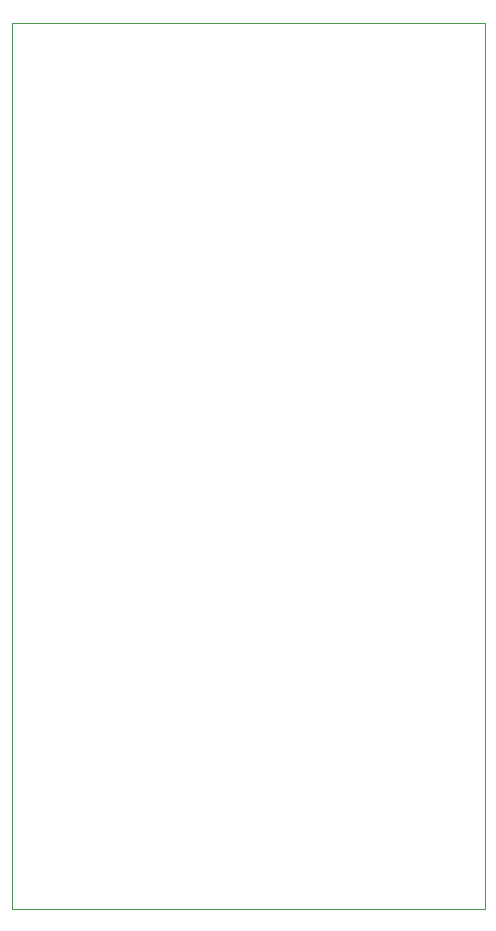
<source format=gm1>
G04 #@! TF.GenerationSoftware,KiCad,Pcbnew,8.0.4*
G04 #@! TF.CreationDate,2024-09-04T02:40:28-04:00*
G04 #@! TF.ProjectId,phone_pcb,70686f6e-655f-4706-9362-2e6b69636164,rev?*
G04 #@! TF.SameCoordinates,Original*
G04 #@! TF.FileFunction,Profile,NP*
%FSLAX46Y46*%
G04 Gerber Fmt 4.6, Leading zero omitted, Abs format (unit mm)*
G04 Created by KiCad (PCBNEW 8.0.4) date 2024-09-04 02:40:28*
%MOMM*%
%LPD*%
G01*
G04 APERTURE LIST*
G04 #@! TA.AperFunction,Profile*
%ADD10C,0.050000*%
G04 #@! TD*
G04 APERTURE END LIST*
D10*
X89750000Y-49750000D02*
X49750000Y-49750000D01*
X49750000Y-124750000D01*
X89750000Y-124750000D01*
X89750000Y-49750000D01*
M02*

</source>
